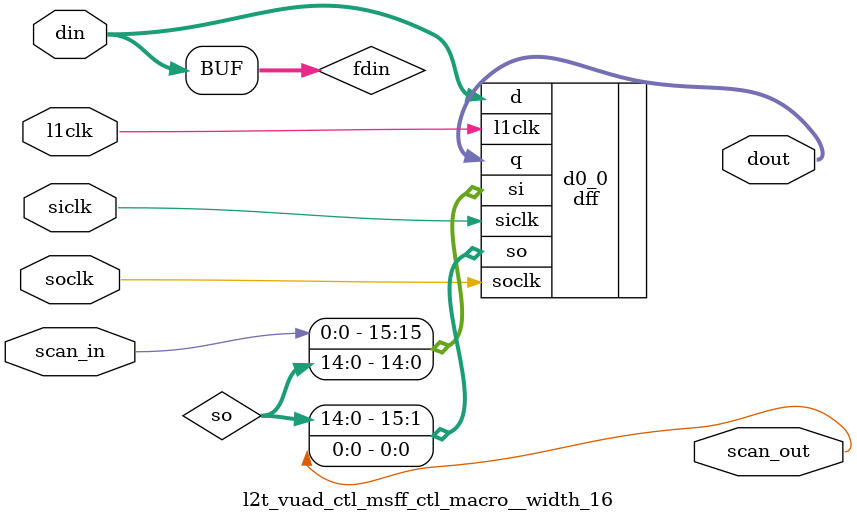
<source format=v>
module l2t_vuad_ctl (
  l2clk, 
  tcu_pce_ov, 
  tcu_aclk, 
  tcu_bclk, 
  tcu_scan_en, 
  tcu_clk_stop, 
  scan_in, 
  scan_out, 
  rd_addr1, 
  rd_addr2, 
  rd_addr_sel, 
  wr_addr, 
  wr_en0, 
  wr_en1, 
  array_rd_en, 
  bist_vuad_idx_c3, 
  evctag_vuad_idx_c3, 
  bist_wr_vd_c3, 
  arb_decdp_wr64_inst_c2, 
  arb_acc_vd_c2, 
  arb_acc_ua_c2, 
  arbadr_idx_c1c2comp_c1_n, 
  arbadr_idx_c1c3comp_c1_n, 
  arbadr_idx_c1c4comp_c1_n, 
  arbadr_idx_c1c5comp_c1_n, 
  arb_decdp_inst_int_c1, 
  csr_l2_bypass_mode_on, 
  arb_inst_diag_c1, 
  bist_vuad_wr_en, 
  arb_inst_vld_c2, 
  arb_inst_l2vuad_vld_c3, 
  arb_decdp_st_inst_c3, 
  arbdec_arbdp_inst_fb_c2, 
  vuadpm_vd_ue_c4, 
  vuadpm_ua_ue_c4, 
  arbdec_arbdp_inst_way_c2, 
  arb_arbdp_vuadctl_pst_no_ctrue_c2, 
  arb_decdp_cas1_inst_c2, 
  arb_arbdp_pst_with_ctrue_c2, 
  arb_decdp_cas2_inst_c2, 
  arbdec_arbdp_inst_mb_c2, 
  arb_vuadctl_no_bypass_px2, 
  vuaddp_vuad_sel_c2, 
  vuaddp_vuad_sel_c2_d1, 
  vuaddp_vuad_sel_c4, 
  vuaddp_vuad_sel_rd, 
  vuaddp_vuad_tagd_sel_c2_d1, 
  vuaddp_wr64_inst_c3, 
  vuaddp_alloc_set_cond_c3, 
  vuaddp_alloc_rst_cond_c3, 
  vuaddp_vuad_error_c8, 
  vuaddp_fill_way_c3, 
  vuaddp_bistordiag_wr_vd_c4, 
  vuaddp_bistordiag_wr_ua_c4, 
  vuaddp_sel_ua_wr_data_byp, 
  vuaddp_sel_vd_wr_data_byp, 
  vuaddp_sel_diag0_data_wr_c3, 
  vuaddp_sel_diag1_data_wr_c3, 
  vuaddp_vuad_array_wr_en0_c4, 
  vuaddp_vuad_array_wr_en1_c4, 
  vuaddp_vuad_idx_c4, 
  vuad_rd_addr1_r0, 
  vuad_rd_addr2_r0, 
  vuad_rd_addr_sel_r0, 
  vuad_wr_addr_r0, 
  vuad_word_en_r0, 
  vuad_wr_en_r0c0, 
  vuad_wr_en_r0c1, 
  vuad_mux1_h_sel_r0, 
  vuad_mux1_l_sel_r0, 
  vuad_mux2_sel_r0, 
  vuad_rd_en_r0, 
  vuad_rd_addr1_r1, 
  vuad_rd_addr2_r1, 
  vuad_rd_addr_sel_r1, 
  vuad_wr_addr_r1, 
  vuad_word_en_r1, 
  vuad_wr_en_r1c0, 
  vuad_wr_en_r1c1, 
  vuad_rd_en_r1, 
  vuad_rd_addr1_r2, 
  vuad_rd_addr2_r2, 
  vuad_rd_addr_sel_r2, 
  vuad_wr_addr_r2, 
  vuad_word_en_r2, 
  vuad_wr_en_r2c0, 
  vuad_wr_en_r2c1, 
  vuad_mux1_h_sel_r2, 
  vuad_mux1_l_sel_r2, 
  vuad_mux2_sel_r2, 
  vuad_rd_en_r2, 
  vuad_rd_addr1_r3, 
  vuad_rd_addr2_r3, 
  vuad_rd_addr_sel_r3, 
  vuad_wr_addr_r3, 
  vuad_word_en_r3, 
  vuad_wr_en_r3c0, 
  vuad_wr_en_r3c1, 
  vuad_rd_en_r3, 
  vuad_mux_sel, 
  mbist_run, 
  vuad_usaloc_mux_used_and_alloc_comb_sel0, 
  vuad_usaloc_mux_used_and_alloc_comb_sel1, 
  vuad_usaloc_mux_used_and_alloc_comb_sel2, 
  vuad_usaloc_mux_used_and_alloc_comb_sel3, 
  vuad_usaloc_mux_used_and_alloc_comb_sel4, 
  vuad_usaloc_mux_used_and_alloc_comb_sel5, 
  mux_valid_dirty_c1_sel0, 
  mux_valid_dirty_c1_sel1, 
  mux_valid_dirty_c1_sel2);
wire [4:0] wr_addr_entry;
wire [3:0] wr_word_en;
wire [3:0] wr_en;
wire rd_addr_sel_n;
wire [1:0] addr1to0_px2;
wire ff_addr1to0_c1_scanin;
wire ff_addr1to0_c1_scanout;
wire l1clk;
wire [1:0] addr1to0_c1;
wire addr8_px2;
wire ff_addr8_c1_scanin;
wire ff_addr8_c1_scanout;
wire addr8_c1;
wire addr7_px2;
wire ff_addr7_c1_scanin;
wire ff_addr7_c1_scanout;
wire addr7_c1;
wire pce_ov;
wire stop;
wire siclk;
wire soclk;
wire se;
wire spares_scanin;
wire spares_scanout;
wire ff_vuadctl_no_bypass_c1_scanin;
wire ff_vuadctl_no_bypass_c1_scanout;
wire vuaddp_vuad_sel_c2orc3;
wire vuaddp_vuad_sel_rd_c2;
wire vuadctl_no_bypass_c1_1;
wire ff_vuadctl_no_bypass_c1_1_scanin;
wire ff_vuadctl_no_bypass_c1_1_scanout;
wire ff_vuaddp_vuad_sel_c2_scanin;
wire ff_vuaddp_vuad_sel_c2_scanout;
wire ff_vuaddp_vuad_sel_c2_d1_scanin;
wire ff_vuaddp_vuad_sel_c2_d1_scanout;
wire ff_vuad_sel_wr_d1_scanin;
wire ff_vuad_sel_wr_d1_scanout;
wire vuad_sel_wr_d1;
wire ff_vuad_tagd_sel_c2_d1_scanin;
wire ff_vuad_tagd_sel_c2_d1_scanout;
wire ff_wr64_inst_c3_scanin;
wire ff_wr64_inst_c3_scanout;
wire ff_arb_acc_vd_c3_scanin;
wire ff_arb_acc_vd_c3_scanout;
wire ff_arb_acc_ua_c3_scanin;
wire ff_arb_acc_ua_c3_scanout;
wire ff_inst_vld_c3_scanin;
wire ff_inst_vld_c3_scanout;
wire ff_inst_vld_c4_scanin;
wire ff_inst_vld_c4_scanout;
wire ff_inst_vld_c5_scanin;
wire ff_inst_vld_c5_scanout;
wire ff_arb_inst_diag_c2_scanin;
wire ff_arb_inst_diag_c2_scanout;
wire ff_arb_inst_diag_c3_scanin;
wire ff_arb_inst_diag_c3_scanout;
wire ff_arb_inst_diag_c4_scanin;
wire ff_arb_inst_diag_c4_scanout;
wire mbist_run_r1;
wire ff_mux_idx_c4_scanin;
wire ff_mux_idx_c4_scanout;
wire ff_l2_bypass_mode_on_d1_scanin;
wire ff_l2_bypass_mode_on_d1_scanout;
wire ff_bistordiag_wr_vd_c4_scanin;
wire ff_bistordiag_wr_vd_c4_scanout;
wire ff_bistordiag_wr_ua_c4_scanin;
wire ff_bistordiag_wr_ua_c4_scanout;
wire ff_vuad_array_wr_en0_c4_scanin;
wire ff_vuad_array_wr_en0_c4_scanout;
wire ff_vuad_array_wr_en1_c4_scanin;
wire ff_vuad_array_wr_en1_c4_scanout;
wire ff_vuad_array_wr_en0_c5_scanin;
wire ff_vuad_array_wr_en0_c5_scanout;
wire ff_vuad_array_wr_en1_c5_scanin;
wire ff_vuad_array_wr_en1_c5_scanout;
wire ff_vuad_array_wr_en0_c52_scanin;
wire ff_vuad_array_wr_en0_c52_scanout;
wire ff_vuad_array_wr_en1_c52_scanin;
wire ff_vuad_array_wr_en1_c52_scanout;
wire ff_inst_int_c2_scanin;
wire ff_inst_int_c2_scanout;
wire ff_inst_int_c3_scanin;
wire ff_inst_int_c3_scanout;
wire ff_inst_int_c4_scanin;
wire ff_inst_int_c4_scanout;
wire ff_inst_int_c5_scanin;
wire ff_inst_int_c5_scanout;
wire ff_vuad_error_c5_scanin;
wire ff_vuad_error_c5_scanout;
wire ff_vuad_error_c52_scanin;
wire ff_vuad_error_c52_scanout;
wire ff_vuad_error_c6_scanin;
wire ff_vuad_error_c6_scanout;
wire ff_vuad_error_c7_scanin;
wire ff_vuad_error_c7_scanout;
wire ff_vuad_error_c8_scanin;
wire ff_vuad_error_c8_scanout;
wire ff_fill_way_c3_scanin;
wire ff_fill_way_c3_scanout;
wire ff_alloc_set_cond_c3_scanin;
wire ff_alloc_set_cond_c3_scanout;
wire ff_alloc_rst_cond_c3_scanin;
wire ff_alloc_rst_cond_c3_scanout;


input            l2clk; 
input  		 tcu_pce_ov;
input  		 tcu_aclk;
input  		 tcu_bclk;
input  		 tcu_scan_en;
// l2t_vuad_ctl
input		 tcu_clk_stop;
 
input	 	 scan_in; 
output 		 scan_out; 

//////////////////////////////////////////////////////////////
// l2t_vuad_ctl
//////////////////////////////////////////////////////////////
input	[8:0]	 rd_addr1;
input	[8:0]	 rd_addr2;
input		 rd_addr_sel;
input	[8:0]	 wr_addr;
input		 wr_en0;
input		 wr_en1;
input		 array_rd_en;
//

 
input	[8:0]	bist_vuad_idx_c3 ;
input	[8:0]	evctag_vuad_idx_c3;
input		bist_wr_vd_c3 ;
 
//input	[15:0]	tag_hit_way_vld_c3;
//input	[15:0]	tagdp_lru_way_sel_c3;
//input		tag_st_to_data_array_c3;
input		arb_decdp_wr64_inst_c2;
 
input		arb_acc_vd_c2;	// Top // diagnostic access only 
input		arb_acc_ua_c2;	// Top // diagnostic access only 
 
// C1 outputs 
input  arbadr_idx_c1c2comp_c1_n ; // from arbaddr Top 
input  arbadr_idx_c1c3comp_c1_n ; // from arbaddr Top 
input  arbadr_idx_c1c4comp_c1_n ; // from arbaddr Top 
input  arbadr_idx_c1c5comp_c1_n ; // from arbaddr. POST_3.0 Top 
 
input		arb_decdp_inst_int_c1;	// Top // int 5.0 changes
input		csr_l2_bypass_mode_on;	// Top 
input		arb_inst_diag_c1;	// Top 
input		bist_vuad_wr_en;	// Top // This is a C3 signal. 
input		arb_inst_vld_c2;	// Top 
input		arb_inst_l2vuad_vld_c3; // Top 
input		arb_decdp_st_inst_c3; // Top 
input		arbdec_arbdp_inst_fb_c2; // Top 
 
input		vuadpm_vd_ue_c4;
input		vuadpm_ua_ue_c4;
//input		arb_vuad_ce_err_c3;

input	[3:0]	arbdec_arbdp_inst_way_c2; 
 
input		arb_arbdp_vuadctl_pst_no_ctrue_c2; // Top 
input		arb_decdp_cas1_inst_c2; // Top 
input		arb_arbdp_pst_with_ctrue_c2; // Top 
input		arb_decdp_cas2_inst_c2; // Top 
input		arbdec_arbdp_inst_mb_c2; // Top 
 
input		arb_vuadctl_no_bypass_px2; // Top 
 
 
output		vuaddp_vuad_sel_c2;	// Bottom 
output		vuaddp_vuad_sel_c2_d1;	// Bottom 
output		vuaddp_vuad_sel_c4;	// Bottom 
output		vuaddp_vuad_sel_rd;	// Bottom 
output		vuaddp_vuad_tagd_sel_c2_d1;	// Top 
 
//output		vuaddp_st_to_data_array_c3;	// Bottom 
output		vuaddp_wr64_inst_c3	; // Bottom 
 
 
output		vuaddp_alloc_set_cond_c3; // Bottom 
output		vuaddp_alloc_rst_cond_c3; // Bottom 
 
output		vuaddp_vuad_error_c8; // Bottom 
 
//output	[15:0]	vuaddp_hit_wayvld_c3; // Bottom 
output	[15:0]	vuaddp_fill_way_c3; // Bottom 
//output	[15:0]	vuaddp_lru_way_c3; // Bottom 
 
output		vuaddp_bistordiag_wr_vd_c4   ; // Bottom // bist or diag access 
output		vuaddp_bistordiag_wr_ua_c4   ; // Bottom // bist or diag access 
 
output		vuaddp_sel_ua_wr_data_byp;	// Bottom 
output		vuaddp_sel_vd_wr_data_byp;	// Bottom 
 
output		vuaddp_sel_diag0_data_wr_c3; // Bottom  sel between diagnostic and bist data 
output		vuaddp_sel_diag1_data_wr_c3; // Bottom  sel between diagnostic and bist data 
 
output		vuaddp_vuad_array_wr_en0_c4; // Bottom // Change to C4 
output		vuaddp_vuad_array_wr_en1_c4; // Bottom // Change to C4 
 
output	[8:0]	vuaddp_vuad_idx_c4; // NEW PIN 

// from l2t_vuad_ctl
output	[4:0]	 vuad_rd_addr1_r0;
output	[4:0]	 vuad_rd_addr2_r0;
output		 vuad_rd_addr_sel_r0;
output	[4:0]	 vuad_wr_addr_r0; // address bits 6:2
output	[3:0]	 vuad_word_en_r0; // decoded address bits 1:0
output		 vuad_wr_en_r0c0; // decoded address bits 8:7
output		 vuad_wr_en_r0c1; // decoded address bits 8:7
output	[3:0]	vuad_mux1_h_sel_r0;
output	[3:0]	vuad_mux1_l_sel_r0;
output		vuad_mux2_sel_r0;  //int 5.0 change
output	vuad_rd_en_r0;

output	[4:0]	 vuad_rd_addr1_r1;
output	[4:0]	 vuad_rd_addr2_r1;
output		 vuad_rd_addr_sel_r1;
output	[4:0]	 vuad_wr_addr_r1; // address bits 6:2
output	[3:0]	 vuad_word_en_r1; // decoded address bits 1:0
output		 vuad_wr_en_r1c0; // decoded address bits 8:7
output		 vuad_wr_en_r1c1; // decoded address bits 8:7
output	vuad_rd_en_r1;

output	[4:0]	 vuad_rd_addr1_r2;
output	[4:0]	 vuad_rd_addr2_r2;
output		 vuad_rd_addr_sel_r2;
output	[4:0]	 vuad_wr_addr_r2; // address bits 6:2
output	[3:0]	 vuad_word_en_r2; // decoded address bits 1:0
output		 vuad_wr_en_r2c0; // decoded address bits 8:7
output		 vuad_wr_en_r2c1; // decoded address bits 8:7
output	[3:0]	vuad_mux1_h_sel_r2;
output	[3:0]	vuad_mux1_l_sel_r2;
output		vuad_mux2_sel_r2;  // int 5.0 changes
output	vuad_rd_en_r2;

output	[4:0]	 vuad_rd_addr1_r3;
output	[4:0]	 vuad_rd_addr2_r3;
output		 vuad_rd_addr_sel_r3;
output	[4:0]	 vuad_wr_addr_r3; // address bits 6:2
output	[3:0]	 vuad_word_en_r3; // decoded address bits 1:0
output		 vuad_wr_en_r3c0; // decoded address bits 8:7
output		 vuad_wr_en_r3c1; // decoded address bits 8:7
output		vuad_rd_en_r3;

output	[1:0]	vuad_mux_sel; // middle mux select.
//

input	mbist_run;


//
//
//


output     vuad_usaloc_mux_used_and_alloc_comb_sel0;
output     vuad_usaloc_mux_used_and_alloc_comb_sel1;
output     vuad_usaloc_mux_used_and_alloc_comb_sel2;
output     vuad_usaloc_mux_used_and_alloc_comb_sel3;
output     vuad_usaloc_mux_used_and_alloc_comb_sel4;
output     vuad_usaloc_mux_used_and_alloc_comb_sel5;


output  mux_valid_dirty_c1_sel0;
output  mux_valid_dirty_c1_sel1;
output  mux_valid_dirty_c1_sel2;




 
wire 	vuad_array_wr_en0_c3, vuad_array_wr_en0_c5, vuad_array_wr_en0_c52; 
     // BS 03/11/04 extra cycle for mem access
wire	vuad_array_wr_en1_c3, vuad_array_wr_en1_c5, vuad_array_wr_en1_c52; 
     // BS 03/11/04 extra cycle for mem access
wire	vuad_sel_wr, vuad_sel_c4orc5; 
 
wire	inst_vld_c3; 
wire	inst_vld_c4; 
wire	inst_vld_c5; 
 
wire	arb_inst_diag_c2; 
wire	arb_inst_diag_c3; 
wire	arb_inst_diag_c4; 
 
wire	l2_bypass_mode_on_d1; 
wire	wr_disable_c3; 
wire	inst_int_c2; // int 5.0 changes 
wire	inst_int_c3;  // int 5.0 changes
wire	inst_int_c4;  // int 5.0 changes
wire	inst_int_c5;  // int 5.0 changes
wire	vuad_error_c4, vuad_error_c5, vuad_error_c52; // BS 03/11/04 extra cycle for mem access 
wire	vuad_error_c6, vuad_error_c7; 
 
 
 
wire	alloc_set_cond_c2; 
wire	alloc_rst_cond_c2; 
wire	fill_inst_vld_c2; 
wire	[3:0]	dec_lo_fill_way_c2; 
wire	[3:0]	dec_hi_fill_way_c2; 
wire	[15:0]	fill_way_c2; 
 
wire	acc_vd_c3; 
wire	acc_ua_c3; 
wire	bistordiag_wr_vd_c3, bistordiag_wr_ua_c3 ; 
wire	[8:0]	vuad_acc_idx_c3; 
wire	vuadctl_no_bypass_c1; 


//////////////////////////////////////////////////
// l2t_vuad_ctl
//////////////////////////////////////////////////
assign	wr_addr_entry = wr_addr[6:2] ;
assign	wr_word_en[0]  = ~wr_addr[1] & ~wr_addr[0] ;
assign	wr_word_en[1]  = ~wr_addr[1] & wr_addr[0] ;
assign	wr_word_en[2]  = wr_addr[1] & ~wr_addr[0] ;
assign	wr_word_en[3]  = wr_addr[1] & wr_addr[0] ;
assign	wr_en[0] =  ~wr_addr[8] & ~wr_addr[7] ;
assign	wr_en[1] =  ~wr_addr[8] & wr_addr[7] ;
assign	wr_en[2] =   wr_addr[8] & ~wr_addr[7] ;
assign	wr_en[3] =   wr_addr[8] & wr_addr[7] ;

assign rd_addr_sel_n = ~rd_addr_sel;

// LSb 1:0
l2t_vuad_ctl_mux_ctl_macro__mux_aonpe__ports_2__width_2 mux_addr1to0_px2 
		(.dout (addr1to0_px2[1:0] ) ,
       			.din0(rd_addr1[1:0]),
			.din1(rd_addr2[1:0]),
			.sel0(rd_addr_sel),
			.sel1(rd_addr_sel_n));

l2t_vuad_ctl_msff_ctl_macro__width_2 ff_addr1to0_c1  // int 5.0 change
		(.din(addr1to0_px2[1:0]),
		.scan_in(ff_addr1to0_c1_scanin),
		.scan_out(ff_addr1to0_c1_scanout),
		.l1clk(l1clk),
		.dout(addr1to0_c1[1:0]),
  .siclk(siclk),
  .soclk(soclk)
		);

// LSb 8
l2t_vuad_ctl_mux_ctl_macro__mux_aonpe__ports_2__width_1 mux_addr8_px2 
		(.dout (addr8_px2) ,
       			.din0(rd_addr1[8]),
			.din1(rd_addr2[8]),
			.sel0(rd_addr_sel),
			.sel1(rd_addr_sel_n));

l2t_vuad_ctl_msff_ctl_macro__width_1 ff_addr8_c1 
		(.din(addr8_px2),
		.scan_in(ff_addr8_c1_scanin),
		.scan_out(ff_addr8_c1_scanout),
		.l1clk(l1clk),
		.dout(addr8_c1),
  .siclk(siclk),
  .soclk(soclk)
);


// Lsb 7
l2t_vuad_ctl_mux_ctl_macro__mux_aonpe__ports_2__width_1 mux_addr7_px2 
		(.dout (addr7_px2) ,
       			.din0(rd_addr1[7]),
			.din1(rd_addr2[7]),
			.sel0(rd_addr_sel),
			.sel1(rd_addr_sel_n));

l2t_vuad_ctl_msff_ctl_macro__width_1 ff_addr7_c1  // int 5.0 change
                           (.din(addr7_px2),
		.scan_in(ff_addr7_c1_scanin),
		.scan_out(ff_addr7_c1_scanout),
		.l1clk(l1clk),
		.dout(addr7_c1),
  .siclk(siclk),
  .soclk(soclk)
);




// Mux2 of the read address.
// Buffer appropriately to get the following
// signals.


// XY = 75 X 50
assign	vuad_rd_addr1_r0 = rd_addr1[6:2];
assign	vuad_rd_addr2_r0 = rd_addr2[6:2];
assign	vuad_rd_addr_sel_r0 = rd_addr_sel ;

assign	vuad_wr_addr_r0[4:0] = wr_addr_entry[4:0] ;
assign	vuad_word_en_r0 = wr_word_en ;
assign	vuad_wr_en_r0c0 = wr_en[0] & wr_en0 ;
assign	vuad_wr_en_r0c1 = wr_en[0] & wr_en1 ;

assign		vuad_mux1_h_sel_r0[0]  = ~addr1to0_c1[1] & ~addr1to0_c1[0] ;
assign		vuad_mux1_h_sel_r0[1]  = ~addr1to0_c1[1] & addr1to0_c1[0] ;
assign		vuad_mux1_h_sel_r0[2]  = addr1to0_c1[1] & ~addr1to0_c1[0] ;
assign		vuad_mux1_h_sel_r0[3]  = addr1to0_c1[1] & addr1to0_c1[0] ;

assign		vuad_mux1_l_sel_r0 = vuad_mux1_h_sel_r0 ;
assign		vuad_mux2_sel_r0= addr7_c1; // int 5.0 change
assign		vuad_rd_en_r0  = ~addr7_px2 & array_rd_en;

// XY = 75 X 50
assign	vuad_rd_addr1_r1 = rd_addr1[6:2];
assign	vuad_rd_addr2_r1 = rd_addr2[6:2];
assign	vuad_rd_addr_sel_r1 = rd_addr_sel ;
assign	vuad_wr_addr_r1[4:0] = wr_addr_entry[4:0] ;
assign	vuad_word_en_r1 = wr_word_en ;
assign	vuad_wr_en_r1c0 = wr_en[1] & wr_en0 ;
assign	vuad_wr_en_r1c1 = wr_en[1] & wr_en1 ;
assign	vuad_rd_en_r1  = addr7_px2 & array_rd_en ;

// XY = 75 X 50
assign	vuad_rd_addr1_r2 = rd_addr1[6:2];
assign	vuad_rd_addr2_r2 = rd_addr2[6:2];
assign	vuad_rd_addr_sel_r2 = rd_addr_sel ;
assign	vuad_wr_addr_r2[4:0] = wr_addr_entry[4:0] ;
assign	vuad_word_en_r2 = wr_word_en ;
assign	vuad_wr_en_r2c0 = wr_en[2] & wr_en0 ;
assign	vuad_wr_en_r2c1 = wr_en[2] & wr_en1 ;

assign	vuad_mux1_h_sel_r2[0]  = ~addr1to0_c1[1] & ~addr1to0_c1[0] ;
assign	vuad_mux1_h_sel_r2[1]  = ~addr1to0_c1[1] & addr1to0_c1[0] ;
assign	vuad_mux1_h_sel_r2[2]  = addr1to0_c1[1] & ~addr1to0_c1[0] ;
assign	vuad_mux1_h_sel_r2[3]  = addr1to0_c1[1] & addr1to0_c1[0] ;
assign	vuad_mux1_l_sel_r2 = vuad_mux1_h_sel_r2 ;
assign	vuad_mux2_sel_r2 = addr7_c1;
assign	vuad_rd_en_r2  = ~addr7_px2 & array_rd_en;


// XY = 75 X 50
assign	vuad_rd_addr1_r3 = rd_addr1[6:2];
assign	vuad_rd_addr2_r3 = rd_addr2[6:2];
assign	vuad_rd_addr_sel_r3 = rd_addr_sel ;
assign	vuad_wr_addr_r3[4:0] = wr_addr_entry[4:0] ;
assign	vuad_word_en_r3 = wr_word_en ;
assign	vuad_wr_en_r3c0 = wr_en[3] & wr_en0 ;
assign	vuad_wr_en_r3c1 = wr_en[3] & wr_en1 ;
assign	vuad_rd_en_r3  = addr7_px2 & array_rd_en;

// Middle Io = 75 X 50

assign	vuad_mux_sel[0]	 =  ~addr8_c1 ;
assign	vuad_mux_sel[1]	 =   addr8_c1 ;

//////////////////////////////////////////////////
// L1 clk header
//////////////////////////////////////////////////
assign pce_ov = tcu_pce_ov;
//assign stop = 1'b0;
assign stop = tcu_clk_stop;
assign siclk = tcu_aclk;
assign soclk = tcu_bclk;
assign se = tcu_scan_en;

l2t_vuad_ctl_l1clkhdr_ctl_macro clkgen (
        .l2clk(l2clk),
        .l1en(1'b1 ),
        .l1clk(l1clk),
  .pce_ov(pce_ov),
  .stop(stop),
  .se(se));

//////////////////////////////////////////////////

//////////////////////////////////////////
// Spare gate insertion
//////////////////////////////////////////
l2t_vuad_ctl_spare_ctl_macro__num_4 spares  (
        .scan_in(spares_scanin),
        .scan_out(spares_scanout),
        .l1clk  (l1clk),
  .siclk(siclk),
  .soclk(soclk)
);
//////////////////////////////////////////

 
//assign	vuaddp_st_to_data_array_c3 = tag_st_to_data_array_c3; 
//assign	vuaddp_lru_way_c3 = tagdp_lru_way_sel_c3; 
//assign	vuaddp_hit_wayvld_c3 = tag_hit_way_vld_c3  & ~{16{arb_vuad_ce_err_c3}}; 
 
 
l2t_vuad_ctl_msff_ctl_macro__width_1 ff_vuadctl_no_bypass_c1 
                           (.din(arb_vuadctl_no_bypass_px2),  
		 .scan_in(ff_vuadctl_no_bypass_c1_scanin),
		 .scan_out(ff_vuadctl_no_bypass_c1_scanout),
		 .l1clk(l1clk), 
                 .dout(vuadctl_no_bypass_c1),
  .siclk(siclk),
  .soclk(soclk)  
); 
 
//////////////////////////////////////////////////////////////////////// 
 // index compares to for vuad mux selects. 
 //////////////////////////////////////////////////////////////////////// 
 
 assign vuaddp_vuad_sel_c2 = ~arbadr_idx_c1c2comp_c1_n & arb_inst_vld_c2 &
                        ~( arb_decdp_inst_int_c1  | inst_int_c2  ) ;  // int 5.0 changes
 
 assign vuaddp_vuad_sel_c4 = ~arbadr_idx_c1c4comp_c1_n & inst_vld_c4 &
				~( arb_decdp_inst_int_c1  | inst_int_c4)  ; // int 5.0 changes
 
 assign vuaddp_vuad_sel_c2orc3 = ((( ~arbadr_idx_c1c3comp_c1_n & inst_vld_c3)  &
                                ~( arb_decdp_inst_int_c1  | inst_int_c3) ) |
                                vuaddp_vuad_sel_c2 ); // int 5.0 change
 
 assign vuad_sel_wr = ~arbadr_idx_c1c5comp_c1_n & inst_vld_c5 &
			~( arb_decdp_inst_int_c1  | inst_int_c5); // int 5.0 change
 
 assign vuad_sel_c4orc5 = vuaddp_vuad_sel_c4 | vuad_sel_wr ; 

 assign vuaddp_vuad_sel_rd = ~( vuaddp_vuad_sel_c2orc3 | vuad_sel_c4orc5 ) | // int 5.0 changes 
			vuadctl_no_bypass_c1; // BIST or DECC read of VUAD 


assign vuad_usaloc_mux_used_and_alloc_comb_sel0 = vuaddp_vuad_sel_rd_c2   & ~vuaddp_vuad_sel_c2_d1  &
						 vuaddp_vuad_sel_c2 & vuaddp_vuad_sel_c2orc3 & ~vuaddp_vuad_sel_rd;
assign vuad_usaloc_mux_used_and_alloc_comb_sel1 = ~vuaddp_vuad_sel_rd_c2 & ~vuaddp_vuad_sel_c2_d1 & 
						vuaddp_vuad_sel_c2 & vuaddp_vuad_sel_c2orc3 & ~vuaddp_vuad_sel_rd;
assign vuad_usaloc_mux_used_and_alloc_comb_sel2 = vuaddp_vuad_sel_c2_d1 & vuaddp_vuad_sel_c2 & vuaddp_vuad_sel_c2orc3   &
						 ~vuaddp_vuad_sel_rd;
assign vuad_usaloc_mux_used_and_alloc_comb_sel3 = ~vuaddp_vuad_sel_c2  & vuaddp_vuad_sel_c2orc3 & ~vuaddp_vuad_sel_rd ;
assign vuad_usaloc_mux_used_and_alloc_comb_sel4 = ~vuaddp_vuad_sel_c2orc3 & ~vuaddp_vuad_sel_rd;
assign vuad_usaloc_mux_used_and_alloc_comb_sel5 = vuaddp_vuad_sel_rd;



//assign mux_valid_dirty_c1_sel0 =  vuaddp_vuad_sel_rd;
//assign mux_valid_dirty_c1_sel1 = ~vuaddp_vuad_sel_rd & vuaddp_vuad_sel_c2orc3;
//assign mux_valid_dirty_c1_sel2 = ~vuaddp_vuad_sel_rd & ~vuaddp_vuad_sel_c2orc3;

assign mux_valid_dirty_c1_sel0 =  ~( vuaddp_vuad_sel_c2orc3 | vuad_sel_c4orc5 ) | vuadctl_no_bypass_c1_1;
assign mux_valid_dirty_c1_sel1 = ~(~( vuaddp_vuad_sel_c2orc3 | vuad_sel_c4orc5 ) | vuadctl_no_bypass_c1_1)  & vuaddp_vuad_sel_c2orc3;
assign mux_valid_dirty_c1_sel2 = ~(~( vuaddp_vuad_sel_c2orc3 | vuad_sel_c4orc5 ) | vuadctl_no_bypass_c1_1)  & ~vuaddp_vuad_sel_c2orc3;



l2t_vuad_ctl_msff_ctl_macro__width_1 ff_vuadctl_no_bypass_c1_1 
                           (.din(arb_vuadctl_no_bypass_px2),
                 .scan_in(ff_vuadctl_no_bypass_c1_1_scanin),
                 .scan_out(ff_vuadctl_no_bypass_c1_1_scanout),
                 .l1clk(l1clk),
                 .dout(vuadctl_no_bypass_c1_1),
  .siclk(siclk),
  .soclk(soclk)
);



l2t_vuad_ctl_msff_ctl_macro__width_1 ff_vuaddp_vuad_sel_c2 
                           (.din(vuaddp_vuad_sel_rd), .l1clk(l1clk),
                 .scan_in(ff_vuaddp_vuad_sel_c2_scanin),
                 .scan_out(ff_vuaddp_vuad_sel_c2_scanout),
                 .dout(vuaddp_vuad_sel_rd_c2),
  .siclk(siclk),
  .soclk(soclk)
);

			 
 
 
l2t_vuad_ctl_msff_ctl_macro__width_1 ff_vuaddp_vuad_sel_c2_d1 
                           (.din(vuaddp_vuad_sel_c2), .l1clk(l1clk), 
                 .scan_in(ff_vuaddp_vuad_sel_c2_d1_scanin),
                 .scan_out(ff_vuaddp_vuad_sel_c2_d1_scanout),
                 .dout(vuaddp_vuad_sel_c2_d1),
  .siclk(siclk),
  .soclk(soclk)  
); 
 
 
l2t_vuad_ctl_msff_ctl_macro__width_1 ff_vuad_sel_wr_d1 
                           (.din(vuad_sel_wr), .l1clk(l1clk), 
                 .scan_in(ff_vuad_sel_wr_d1_scanin),
                 .scan_out(ff_vuad_sel_wr_d1_scanout),
                 .dout(vuad_sel_wr_d1),
  .siclk(siclk),
  .soclk(soclk)  
); 
 
 
l2t_vuad_ctl_msff_ctl_macro__width_1 ff_vuad_tagd_sel_c2_d1 
                           (.din(vuaddp_vuad_sel_c2), .l1clk(l1clk), 
                 .scan_in(ff_vuad_tagd_sel_c2_d1_scanin),
                 .scan_out(ff_vuad_tagd_sel_c2_d1_scanout),
                 .dout(vuaddp_vuad_tagd_sel_c2_d1),
  .siclk(siclk),
  .soclk(soclk)  
); 
 
 
 
 
 
 
 
l2t_vuad_ctl_msff_ctl_macro__width_1 ff_wr64_inst_c3 
		(.din(arb_decdp_wr64_inst_c2), .l1clk(l1clk), 
               .scan_in(ff_wr64_inst_c3_scanin),
               .scan_out(ff_wr64_inst_c3_scanout),
               .dout(vuaddp_wr64_inst_c3),
  .siclk(siclk),
  .soclk(soclk)  
 
		); 
 
 
l2t_vuad_ctl_msff_ctl_macro__width_1 ff_arb_acc_vd_c3 
              (.dout   (acc_vd_c3), .din (arb_acc_vd_c2), 
               .scan_in(ff_arb_acc_vd_c3_scanin),
               .scan_out(ff_arb_acc_vd_c3_scanout),
               .l1clk (l1clk),
  .siclk(siclk),
  .soclk(soclk)  
 
              ) ; 
 
l2t_vuad_ctl_msff_ctl_macro__width_1 ff_arb_acc_ua_c3 
              (.dout   (acc_ua_c3), .din (arb_acc_ua_c2), 
               .scan_in(ff_arb_acc_ua_c3_scanin),
               .scan_out(ff_arb_acc_ua_c3_scanout),
               .l1clk (l1clk),
  .siclk(siclk),
  .soclk(soclk)  
 
              ) ; 
 
 
l2t_vuad_ctl_msff_ctl_macro__width_1 ff_inst_vld_c3 
              (.dout   (inst_vld_c3), .din (arb_inst_vld_c2), 
               .scan_in(ff_inst_vld_c3_scanin),
               .scan_out(ff_inst_vld_c3_scanout),
               .l1clk (l1clk),
  .siclk(siclk),
  .soclk(soclk)  
 
              ) ; 
 
l2t_vuad_ctl_msff_ctl_macro__width_1 ff_inst_vld_c4 
              (.dout   (inst_vld_c4), .din (inst_vld_c3), 
               .scan_in(ff_inst_vld_c4_scanin),
               .scan_out(ff_inst_vld_c4_scanout),
               .l1clk (l1clk),
  .siclk(siclk),
  .soclk(soclk)  
 
              ) ; 
 
l2t_vuad_ctl_msff_ctl_macro__width_1 ff_inst_vld_c5 
              (.dout   (inst_vld_c5), .din (inst_vld_c4), 
               .scan_in(ff_inst_vld_c5_scanin),
               .scan_out(ff_inst_vld_c5_scanout),
               .l1clk (l1clk),
  .siclk(siclk),
  .soclk(soclk)  
 
              ) ; 
 
 
l2t_vuad_ctl_msff_ctl_macro__width_1 ff_arb_inst_diag_c2 
              (.dout   (arb_inst_diag_c2), .din (arb_inst_diag_c1), 
               .scan_in(ff_arb_inst_diag_c2_scanin),
               .scan_out(ff_arb_inst_diag_c2_scanout),
               .l1clk (l1clk),
  .siclk(siclk),
  .soclk(soclk)  
 
              ) ; 
l2t_vuad_ctl_msff_ctl_macro__width_1 ff_arb_inst_diag_c3 
              (.dout   (arb_inst_diag_c3), .din (arb_inst_diag_c2), 
               .scan_in(ff_arb_inst_diag_c3_scanin),
               .scan_out(ff_arb_inst_diag_c3_scanout),
               .l1clk (l1clk),
  .siclk(siclk),
  .soclk(soclk)  
 
              ) ; 
l2t_vuad_ctl_msff_ctl_macro__width_1 ff_arb_inst_diag_c4 
              (.dout   (arb_inst_diag_c4), .din (arb_inst_diag_c3), 
               .scan_in(ff_arb_inst_diag_c4_scanin),
               .scan_out(ff_arb_inst_diag_c4_scanout),
               .l1clk (l1clk),
  .siclk(siclk),
  .soclk(soclk)  
 
              ) ; 
 
// msff_ctl_macro ff_filbuf_vuad_bypassed_c3 (width=1)
              //(.dout   (filbuf_vuad_bypassed_c3), .din (filbuf_vuad_bypassed_c2), 
               //.l1clk (l1clk),  
	//	.scan_in  (), 
	//	.scan_out()
 
              //) ; 
 
l2t_vuad_ctl_mux_ctl_macro__mux_aonpe__ports_2__width_9 mux_idx_c3 
		(.dout (vuad_acc_idx_c3[8:0]) , 
                                .din0(bist_vuad_idx_c3[8:0] ),  
                                .din1(evctag_vuad_idx_c3[8:0]),  
                                .sel0(bist_vuad_wr_en & mbist_run_r1),         
                                .sel1(~bist_vuad_wr_en & ~mbist_run_r1)) ; 
 
l2t_vuad_ctl_msff_ctl_macro__width_9 ff_mux_idx_c4 
              (.dout   (vuaddp_vuad_idx_c4[8:0]), .din (vuad_acc_idx_c3[8:0]), 
               .scan_in(ff_mux_idx_c4_scanin),
               .scan_out(ff_mux_idx_c4_scanout),
               .l1clk (l1clk),
  .siclk(siclk),
  .soclk(soclk)  
 
              ) ; 
 
 
 
 
////////////////////////////////////////////////////////////////////////////////////////// 
// Disable L2 VUAD writes if 
// 1. Instruction is an INT. 
// 2. L2 is OFF and the instruction is a non-diag instruction. 
// 3. diag instruction is not a VUAD store. 
//     (in implementation disable the write whenever there is Diag Inst and 
//    enable it if the inst is a Diag write to the VUAD array.) 
////////////////////////////////////////////////////////////////////////////////////////// 
 
 
l2t_vuad_ctl_msff_ctl_macro__width_1 ff_l2_bypass_mode_on_d1 
              (.dout   (l2_bypass_mode_on_d1), .din (csr_l2_bypass_mode_on), 
               .scan_in(ff_l2_bypass_mode_on_d1_scanin),
               .scan_out(ff_l2_bypass_mode_on_d1_scanout),
               .l1clk (l1clk),
  .siclk(siclk),
  .soclk(soclk)  
 
              ) ; 


//////////////////////////////////////////////////////////////////////////////
//If a diagnostic access, normal write is disabled by wr_disable_c3. 
//If not a diagnostic access :
//      if bypass mode is on, write is disabled by wr_disable_c3
//      if bypass mode is off, write is always enabled ( even upon vuad CE)
//                  hence we dont need to use CE to force the write to happen ??
///////////////////////////////////////////////////////////////////////////////////// 
 
assign  wr_disable_c3  = inst_int_c3 | // int 5.0 changes	// VUAD ecc changes
                         (l2_bypass_mode_on_d1 & ~arb_inst_diag_c3) | 
                          arb_inst_diag_c3 ; 
 
////////////////////////// 
// access  PV, PD, V, P 
////////////////////////// 
assign  vuaddp_sel_diag0_data_wr_c3 = arb_inst_l2vuad_vld_c3 &  
			arb_decdp_st_inst_c3 &  acc_vd_c3 ; // sel diag over bist data 
 
assign	bistordiag_wr_vd_c3 =  (vuaddp_sel_diag0_data_wr_c3 & ~mbist_run_r1)| // diagorbist over normal data 
				( bist_vuad_wr_en & bist_wr_vd_c3 & mbist_run_r1 );  
 
l2t_vuad_ctl_msff_ctl_macro__width_1 ff_bistordiag_wr_vd_c4 
              (.dout   (vuaddp_bistordiag_wr_vd_c4), .din (bistordiag_wr_vd_c3), 
               .scan_in(ff_bistordiag_wr_vd_c4_scanin),
               .scan_out(ff_bistordiag_wr_vd_c4_scanout),
               .l1clk (l1clk),
  .siclk(siclk),
  .soclk(soclk)  
 
              ) ; 
 
//assign  vuad_array_wr_en1_c3 = ((inst_vld_c3 & ~wr_disable_c3) &~mbist_run_r1) |  // normal write 
//				(bistordiag_wr_vd_c3 & mbist_run_r1); // bist or diag write 

assign  vuad_array_wr_en1_c3 = ((inst_vld_c3 & ~wr_disable_c3) &~mbist_run_r1) | // normal write
			bistordiag_wr_vd_c3;

////////////////////////// 
// access  PU, PA, U, A 
////////////////////////// 
assign  vuaddp_sel_diag1_data_wr_c3 = arb_inst_l2vuad_vld_c3 &  
			arb_decdp_st_inst_c3 & acc_ua_c3 ; // sel diag over bist data 
 
assign	bistordiag_wr_ua_c3 =  (vuaddp_sel_diag1_data_wr_c3  & ~mbist_run_r1)| // diagorbist over normal data 
				( mbist_run_r1 & bist_vuad_wr_en & ~bist_wr_vd_c3 ); 
 
l2t_vuad_ctl_msff_ctl_macro__width_2 ff_bistordiag_wr_ua_c4 
              (.dout ({mbist_run_r1,vuaddp_bistordiag_wr_ua_c4}), 
		.scan_in(ff_bistordiag_wr_ua_c4_scanin),
		.scan_out(ff_bistordiag_wr_ua_c4_scanout),
		.din ({mbist_run,bistordiag_wr_ua_c3}), 
               .l1clk (l1clk),
  .siclk(siclk),
  .soclk(soclk)  
              ) ; 

 
assign  vuad_array_wr_en0_c3 = (( inst_vld_c3 & ~wr_disable_c3) &~mbist_run_r1) | // normal write 
				bistordiag_wr_ua_c3; // bist or diag write 
 
 
l2t_vuad_ctl_msff_ctl_macro__width_1 ff_vuad_array_wr_en0_c4 
			(.din(vuad_array_wr_en0_c3), .l1clk(l1clk), 
                 	.scan_in(ff_vuad_array_wr_en0_c4_scanin),
                 	.scan_out(ff_vuad_array_wr_en0_c4_scanout),
                 	.dout(vuaddp_vuad_array_wr_en0_c4),
  .siclk(siclk),
  .soclk(soclk)  
 
			); 
 
l2t_vuad_ctl_msff_ctl_macro__width_1 ff_vuad_array_wr_en1_c4 
			(.din(vuad_array_wr_en1_c3), .l1clk(l1clk), 
                 	.scan_in(ff_vuad_array_wr_en1_c4_scanin),
                 	.scan_out(ff_vuad_array_wr_en1_c4_scanout),
                 	.dout(vuaddp_vuad_array_wr_en1_c4),
  .siclk(siclk),
  .soclk(soclk)  
 
			); 
 
l2t_vuad_ctl_msff_ctl_macro__width_1 ff_vuad_array_wr_en0_c5 
			(.din(vuaddp_vuad_array_wr_en0_c4), .l1clk(l1clk), 
                 	.scan_in(ff_vuad_array_wr_en0_c5_scanin),
                 	.scan_out(ff_vuad_array_wr_en0_c5_scanout),
                 	.dout(vuad_array_wr_en0_c5),
  .siclk(siclk),
  .soclk(soclk)  
 
			); 
 
l2t_vuad_ctl_msff_ctl_macro__width_1 ff_vuad_array_wr_en1_c5 
			(.din(vuaddp_vuad_array_wr_en1_c4), .l1clk(l1clk), 
                 	.scan_in(ff_vuad_array_wr_en1_c5_scanin),
                 	.scan_out(ff_vuad_array_wr_en1_c5_scanout),
                 	.dout(vuad_array_wr_en1_c5),
  .siclk(siclk),
  .soclk(soclk)  
 
			); 

// BS 03/11/04 extra cycle for mem access

l2t_vuad_ctl_msff_ctl_macro__width_1 ff_vuad_array_wr_en0_c52 
                        (.din(vuad_array_wr_en0_c5), .l1clk(l1clk),
                        .scan_in(ff_vuad_array_wr_en0_c52_scanin),
                        .scan_out(ff_vuad_array_wr_en0_c52_scanout),
                        .dout(vuad_array_wr_en0_c52),
  .siclk(siclk),
  .soclk(soclk)  

                        );


l2t_vuad_ctl_msff_ctl_macro__width_1 ff_vuad_array_wr_en1_c52 
                        (.din(vuad_array_wr_en1_c5), .l1clk(l1clk),
                        .scan_in(ff_vuad_array_wr_en1_c52_scanin),
                        .scan_out(ff_vuad_array_wr_en1_c52_scanout),
                        .dout(vuad_array_wr_en1_c52),
  .siclk(siclk),
  .soclk(soclk)  

                        );

// 
//msff_ctl_macro ff_vuad_array_wr_en0_c6 (width=1)
//			(.din(vuad_array_wr_en0_c52), .l1clk(l1clk), 
//                 	.scan_in(ff_vuad_array_wr_en0_c6_scanin),
//                 	.scan_out(ff_vuad_array_wr_en0_c6_scanout),
//                 	.dout(vuad_array_wr_en0_c6),  
// 
//			); 
// 
//msff_ctl_macro ff_vuad_array_wr_en1_c6 (width=1)
//			(.din(vuad_array_wr_en1_c52), .l1clk(l1clk), 
//                 	.scan_in(ff_vuad_array_wr_en1_c6_scanin),
//                 	.scan_out(ff_vuad_array_wr_en1_c6_scanout),
//                 	.dout(vuad_array_wr_en1_c6),  
// 
//			); 
// 
//assign	vuaddp_sel_ua_wr_data_byp = vuad_sel_wr_d1  
//				& vuad_array_wr_en1_c6 ; 
//assign	vuaddp_sel_vd_wr_data_byp = vuad_sel_wr_d1  
//				& vuad_array_wr_en0_c6 ; 
// 

assign        vuaddp_sel_ua_wr_data_byp = vuad_sel_wr_d1
				& vuad_array_wr_en1_c52 ;
assign        vuaddp_sel_vd_wr_data_byp = vuad_sel_wr_d1
                              & vuad_array_wr_en0_c52 ;

 
 
 
//* All errors are qualififed in the block that generates them 
 
l2t_vuad_ctl_msff_ctl_macro__width_1 ff_inst_int_c2  // int 5.0 changes
              (.dout   (inst_int_c2), .din (arb_decdp_inst_int_c1), 
               .scan_in(ff_inst_int_c2_scanin),
               .scan_out(ff_inst_int_c2_scanout),
               .l1clk (l1clk),
  .siclk(siclk),
  .soclk(soclk)  
 
              ) ; 

l2t_vuad_ctl_msff_ctl_macro__width_1 ff_inst_int_c3  // int 5.0 changes
              (.dout   (inst_int_c3), .din (inst_int_c2),
               .scan_in(ff_inst_int_c3_scanin),
               .scan_out(ff_inst_int_c3_scanout),
               .l1clk (l1clk),
  .siclk(siclk),
  .soclk(soclk)  

              ) ;

l2t_vuad_ctl_msff_ctl_macro__width_1 ff_inst_int_c4  // int 5.0 changes
              (.dout   (inst_int_c4), .din (inst_int_c3),
               .scan_in(ff_inst_int_c4_scanin),
               .scan_out(ff_inst_int_c4_scanout),
               .l1clk (l1clk),
  .siclk(siclk),
  .soclk(soclk)  

              ) ;

l2t_vuad_ctl_msff_ctl_macro__width_1 ff_inst_int_c5  // int 5.0 changes
              (.dout   (inst_int_c5), .din (inst_int_c4),
               .scan_in(ff_inst_int_c5_scanin),
               .scan_out(ff_inst_int_c5_scanout),
               .l1clk (l1clk),
  .siclk(siclk),
  .soclk(soclk)  

              ) ;


 
 
// Used bit error will not be reported as they are harmless. 
 
assign	vuad_error_c4 = ~(arb_inst_diag_c4 | inst_int_c4) &  
			 (vuadpm_vd_ue_c4 | vuadpm_ua_ue_c4) &  // int 5.0 changes
                          inst_vld_c4; 
 
l2t_vuad_ctl_msff_ctl_macro__width_1 ff_vuad_error_c5 
              (.dout   (vuad_error_c5), .din (vuad_error_c4), 
               .scan_in(ff_vuad_error_c5_scanin),
               .scan_out(ff_vuad_error_c5_scanout),
               .l1clk (l1clk),
  .siclk(siclk),
  .soclk(soclk)  
 
              ) ; 

// BS 03/11/04 extra cycle for mem access

l2t_vuad_ctl_msff_ctl_macro__width_1 ff_vuad_error_c52 
              (.dout   (vuad_error_c52), .din (vuad_error_c5),
               .scan_in(ff_vuad_error_c52_scanin),
               .scan_out(ff_vuad_error_c52_scanout),
               .l1clk (l1clk),
  .siclk(siclk),
  .soclk(soclk)  

              ) ;

 
l2t_vuad_ctl_msff_ctl_macro__width_1 ff_vuad_error_c6 
              (.dout   (vuad_error_c6), .din (vuad_error_c52), 
               .scan_in(ff_vuad_error_c6_scanin),
               .scan_out(ff_vuad_error_c6_scanout),
               .l1clk (l1clk),
  .siclk(siclk),
  .soclk(soclk)  
 
              ) ; 
 
l2t_vuad_ctl_msff_ctl_macro__width_1 ff_vuad_error_c7 
              (.dout   (vuad_error_c7), .din (vuad_error_c6), 
               .scan_in(ff_vuad_error_c7_scanin),
               .scan_out(ff_vuad_error_c7_scanout),
               .l1clk (l1clk),
  .siclk(siclk),
  .soclk(soclk)  
 
              ) ; 
 
l2t_vuad_ctl_msff_ctl_macro__width_1 ff_vuad_error_c8 
              (.dout   (vuaddp_vuad_error_c8), .din (vuad_error_c7), 
               .scan_in(ff_vuad_error_c8_scanin),
               .scan_out(ff_vuad_error_c8_scanout),
               .l1clk (l1clk),
  .siclk(siclk),
  .soclk(soclk)  
 
              ) ; 
 
//////////////////////////////////////////////////////////////////////////////// 
// 4-16 decoder for the fill way 
// Conditions for altering the VUAD bits. 
//////////////////////////////////////////////////////////////////////////////// 
assign  fill_inst_vld_c2 = arbdec_arbdp_inst_fb_c2 & arb_inst_vld_c2 ; 
 
 
 
assign	dec_lo_fill_way_c2[0] = ( arbdec_arbdp_inst_way_c2[1:0]==2'd0 )  
					& fill_inst_vld_c2 ; 
assign	dec_lo_fill_way_c2[1] = ( arbdec_arbdp_inst_way_c2[1:0]==2'd1 )  
					& fill_inst_vld_c2 ; 
assign	dec_lo_fill_way_c2[2] = ( arbdec_arbdp_inst_way_c2[1:0]==2'd2 )  
					& fill_inst_vld_c2 ; 
assign	dec_lo_fill_way_c2[3] = ( arbdec_arbdp_inst_way_c2[1:0]==2'd3 )  
					& fill_inst_vld_c2 ; 
 
 
assign	dec_hi_fill_way_c2[0] = ( arbdec_arbdp_inst_way_c2[3:2]==2'd0 ) ; 
 
assign	dec_hi_fill_way_c2[1] = ( arbdec_arbdp_inst_way_c2[3:2]==2'd1 ) ; 
 
assign	dec_hi_fill_way_c2[2] = ( arbdec_arbdp_inst_way_c2[3:2]==2'd2 ) ; 
 
assign	dec_hi_fill_way_c2[3] = ( arbdec_arbdp_inst_way_c2[3:2]==2'd3 ) ; 
 
 
assign	fill_way_c2[0] = dec_hi_fill_way_c2[0] & dec_lo_fill_way_c2[0] ; // 0000 
 
assign	fill_way_c2[1] = dec_hi_fill_way_c2[0] & dec_lo_fill_way_c2[1] ; // 0001 
 
assign	fill_way_c2[2] = dec_hi_fill_way_c2[0] & dec_lo_fill_way_c2[2] ; // 0010 
 
assign	fill_way_c2[3] = dec_hi_fill_way_c2[0] & dec_lo_fill_way_c2[3] ; // 0011 


 
assign  fill_way_c2[4] = dec_hi_fill_way_c2[1] & dec_lo_fill_way_c2[0] ; // 0100

assign  fill_way_c2[5] = dec_hi_fill_way_c2[1] & dec_lo_fill_way_c2[1] ; // 0101

assign  fill_way_c2[6] = dec_hi_fill_way_c2[1] & dec_lo_fill_way_c2[2] ; // 0110

assign  fill_way_c2[7] = dec_hi_fill_way_c2[1] & dec_lo_fill_way_c2[3] ; // 0111



assign  fill_way_c2[8] = dec_hi_fill_way_c2[2] & dec_lo_fill_way_c2[0] ; // 1000

assign  fill_way_c2[9] = dec_hi_fill_way_c2[2] & dec_lo_fill_way_c2[1] ; // 1001

assign  fill_way_c2[10] = dec_hi_fill_way_c2[2] & dec_lo_fill_way_c2[2] ; // 1010

assign  fill_way_c2[11] = dec_hi_fill_way_c2[2] & dec_lo_fill_way_c2[3] ; // 1011
 
 
assign	fill_way_c2[12] = dec_hi_fill_way_c2[3] & dec_lo_fill_way_c2[0] ; // 1100 
 
assign	fill_way_c2[13] = dec_hi_fill_way_c2[3] & dec_lo_fill_way_c2[1] ; // 1101 
 
assign	fill_way_c2[14] = dec_hi_fill_way_c2[3] & dec_lo_fill_way_c2[2] ; // 1110 
 
assign	fill_way_c2[15] = dec_hi_fill_way_c2[3] & dec_lo_fill_way_c2[3] ; // 1111 
 
 
l2t_vuad_ctl_msff_ctl_macro__width_16 ff_fill_way_c3 
              (.dout   (vuaddp_fill_way_c3[15:0]), .din (fill_way_c2[15:0]), 
               .scan_in(ff_fill_way_c3_scanin),
               .scan_out(ff_fill_way_c3_scanout),
               .l1clk (l1clk),
  .siclk(siclk),
  .soclk(soclk)  
 
              ) ; 
 
 
 
 
assign  alloc_set_cond_c2 = (arb_arbdp_vuadctl_pst_no_ctrue_c2 | arb_decdp_cas1_inst_c2) ; 
 
 
 
assign  alloc_rst_cond_c2 = arb_arbdp_pst_with_ctrue_c2 | 
                            (arb_decdp_cas2_inst_c2 & arbdec_arbdp_inst_mb_c2) | 
                            (arbdec_arbdp_inst_mb_c2 & ~alloc_set_cond_c2) ; 
 
 
 
 
 
l2t_vuad_ctl_msff_ctl_macro__width_1 ff_alloc_set_cond_c3 
              (.dout   (vuaddp_alloc_set_cond_c3), .din (alloc_set_cond_c2), 
               .scan_in(ff_alloc_set_cond_c3_scanin),
               .scan_out(ff_alloc_set_cond_c3_scanout),
               .l1clk (l1clk),
  .siclk(siclk),
  .soclk(soclk)  
 
              ) ; 
 
l2t_vuad_ctl_msff_ctl_macro__width_1 ff_alloc_rst_cond_c3 
              (.dout   (vuaddp_alloc_rst_cond_c3), .din (alloc_rst_cond_c2), 
               .scan_in(ff_alloc_rst_cond_c3_scanin),
               .scan_out(ff_alloc_rst_cond_c3_scanout),
               .l1clk (l1clk),
  .siclk(siclk),
  .soclk(soclk)  
 
              ) ; 
 
 
// fixscan start:
assign ff_addr1to0_c1_scanin     = scan_in                  ;
assign ff_addr8_c1_scanin        = ff_addr1to0_c1_scanout   ;
assign ff_addr7_c1_scanin        = ff_addr8_c1_scanout      ;
assign spares_scanin             = ff_addr7_c1_scanout      ;
assign ff_vuadctl_no_bypass_c1_scanin = spares_scanout           ;
assign ff_vuadctl_no_bypass_c1_1_scanin = ff_vuadctl_no_bypass_c1_scanout;
assign ff_vuaddp_vuad_sel_c2_scanin = ff_vuadctl_no_bypass_c1_1_scanout;
assign ff_vuaddp_vuad_sel_c2_d1_scanin = ff_vuaddp_vuad_sel_c2_scanout;
assign ff_vuad_sel_wr_d1_scanin  = ff_vuaddp_vuad_sel_c2_d1_scanout;
assign ff_vuad_tagd_sel_c2_d1_scanin = ff_vuad_sel_wr_d1_scanout;
assign ff_wr64_inst_c3_scanin    = ff_vuad_tagd_sel_c2_d1_scanout;
assign ff_arb_acc_vd_c3_scanin   = ff_wr64_inst_c3_scanout  ;
assign ff_arb_acc_ua_c3_scanin   = ff_arb_acc_vd_c3_scanout ;
assign ff_inst_vld_c3_scanin     = ff_arb_acc_ua_c3_scanout ;
assign ff_inst_vld_c4_scanin     = ff_inst_vld_c3_scanout   ;
assign ff_inst_vld_c5_scanin     = ff_inst_vld_c4_scanout   ;
assign ff_arb_inst_diag_c2_scanin = ff_inst_vld_c5_scanout   ;
assign ff_arb_inst_diag_c3_scanin = ff_arb_inst_diag_c2_scanout;
assign ff_arb_inst_diag_c4_scanin = ff_arb_inst_diag_c3_scanout;
assign ff_mux_idx_c4_scanin      = ff_arb_inst_diag_c4_scanout;
assign ff_l2_bypass_mode_on_d1_scanin = ff_mux_idx_c4_scanout    ;
assign ff_bistordiag_wr_vd_c4_scanin = ff_l2_bypass_mode_on_d1_scanout;
assign ff_bistordiag_wr_ua_c4_scanin = ff_bistordiag_wr_vd_c4_scanout;
assign ff_vuad_array_wr_en0_c4_scanin = ff_bistordiag_wr_ua_c4_scanout;
assign ff_vuad_array_wr_en1_c4_scanin = ff_vuad_array_wr_en0_c4_scanout;
assign ff_vuad_array_wr_en0_c5_scanin = ff_vuad_array_wr_en1_c4_scanout;
assign ff_vuad_array_wr_en1_c5_scanin = ff_vuad_array_wr_en0_c5_scanout;
assign ff_vuad_array_wr_en0_c52_scanin = ff_vuad_array_wr_en1_c5_scanout;
assign ff_vuad_array_wr_en1_c52_scanin = ff_vuad_array_wr_en0_c52_scanout;
assign ff_inst_int_c2_scanin     = ff_vuad_array_wr_en1_c52_scanout;
assign ff_inst_int_c3_scanin     = ff_inst_int_c2_scanout   ;
assign ff_inst_int_c4_scanin     = ff_inst_int_c3_scanout   ;
assign ff_inst_int_c5_scanin     = ff_inst_int_c4_scanout   ;
assign ff_vuad_error_c5_scanin   = ff_inst_int_c5_scanout   ;
assign ff_vuad_error_c52_scanin  = ff_vuad_error_c5_scanout ;
assign ff_vuad_error_c6_scanin   = ff_vuad_error_c52_scanout;
assign ff_vuad_error_c7_scanin   = ff_vuad_error_c6_scanout ;
assign ff_vuad_error_c8_scanin   = ff_vuad_error_c7_scanout ;
assign ff_fill_way_c3_scanin     = ff_vuad_error_c8_scanout ;
assign ff_alloc_set_cond_c3_scanin = ff_fill_way_c3_scanout   ;
assign ff_alloc_rst_cond_c3_scanin = ff_alloc_set_cond_c3_scanout;
assign scan_out                  = ff_alloc_rst_cond_c3_scanout;
// fixscan end:
endmodule 


// general mux macro for pass-gate and and-or muxes with/wout priority encoders
// also for pass-gate with decoder





// any PARAMS parms go into naming of macro

module l2t_vuad_ctl_mux_ctl_macro__mux_aonpe__ports_2__width_2 (
  din0, 
  sel0, 
  din1, 
  sel1, 
  dout);
  input [1:0] din0;
  input sel0;
  input [1:0] din1;
  input sel1;
  output [1:0] dout;





assign dout[1:0] = ( {2{sel0}} & din0[1:0] ) |
                       ( {2{sel1}} & din1[1:0]);





endmodule






// any PARAMS parms go into naming of macro

module l2t_vuad_ctl_msff_ctl_macro__width_2 (
  din, 
  l1clk, 
  scan_in, 
  siclk, 
  soclk, 
  dout, 
  scan_out);
wire [1:0] fdin;
wire [0:0] so;

  input [1:0] din;
  input l1clk;
  input scan_in;


  input siclk;
  input soclk;

  output [1:0] dout;
  output scan_out;
assign fdin[1:0] = din[1:0];






dff /*#(2)*/  d0_0 (
.l1clk(l1clk),
.siclk(siclk),
.soclk(soclk),
.d(fdin[1:0]),
.si({scan_in,so[0:0]}),
.so({so[0:0],scan_out}),
.q(dout[1:0])
);












endmodule









// general mux macro for pass-gate and and-or muxes with/wout priority encoders
// also for pass-gate with decoder





// any PARAMS parms go into naming of macro

module l2t_vuad_ctl_mux_ctl_macro__mux_aonpe__ports_2__width_1 (
  din0, 
  sel0, 
  din1, 
  sel1, 
  dout);
  input [0:0] din0;
  input sel0;
  input [0:0] din1;
  input sel1;
  output [0:0] dout;





assign dout[0:0] = ( {1{sel0}} & din0[0:0] ) |
                       ( {1{sel1}} & din1[0:0]);





endmodule






// any PARAMS parms go into naming of macro

module l2t_vuad_ctl_msff_ctl_macro__width_1 (
  din, 
  l1clk, 
  scan_in, 
  siclk, 
  soclk, 
  dout, 
  scan_out);
wire [0:0] fdin;

  input [0:0] din;
  input l1clk;
  input scan_in;


  input siclk;
  input soclk;

  output [0:0] dout;
  output scan_out;
assign fdin[0:0] = din[0:0];






dff /*#(1)*/  d0_0 (
.l1clk(l1clk),
.siclk(siclk),
.soclk(soclk),
.d(fdin[0:0]),
.si(scan_in),
.so(scan_out),
.q(dout[0:0])
);












endmodule













// any PARAMS parms go into naming of macro

module l2t_vuad_ctl_l1clkhdr_ctl_macro (
  l2clk, 
  l1en, 
  pce_ov, 
  stop, 
  se, 
  l1clk);


  input l2clk;
  input l1en;
  input pce_ov;
  input stop;
  input se;
  output l1clk;



 

cl_sc1_l1hdr_8x c_0 (


   .l2clk(l2clk),
   .pce(l1en),
   .l1clk(l1clk),
  .se(se),
  .pce_ov(pce_ov),
  .stop(stop)
);



endmodule









//  Description:        Spare gate macro for control blocks
//
//  Param num controls the number of times the macro is added
//  flops=0 can be used to use only combination spare logic


module l2t_vuad_ctl_spare_ctl_macro__num_4 (
  l1clk, 
  scan_in, 
  siclk, 
  soclk, 
  scan_out);
wire si_0;
wire so_0;
wire spare0_flop_unused;
wire spare0_buf_32x_unused;
wire spare0_nand3_8x_unused;
wire spare0_inv_8x_unused;
wire spare0_aoi22_4x_unused;
wire spare0_buf_8x_unused;
wire spare0_oai22_4x_unused;
wire spare0_inv_16x_unused;
wire spare0_nand2_16x_unused;
wire spare0_nor3_4x_unused;
wire spare0_nand2_8x_unused;
wire spare0_buf_16x_unused;
wire spare0_nor2_16x_unused;
wire spare0_inv_32x_unused;
wire si_1;
wire so_1;
wire spare1_flop_unused;
wire spare1_buf_32x_unused;
wire spare1_nand3_8x_unused;
wire spare1_inv_8x_unused;
wire spare1_aoi22_4x_unused;
wire spare1_buf_8x_unused;
wire spare1_oai22_4x_unused;
wire spare1_inv_16x_unused;
wire spare1_nand2_16x_unused;
wire spare1_nor3_4x_unused;
wire spare1_nand2_8x_unused;
wire spare1_buf_16x_unused;
wire spare1_nor2_16x_unused;
wire spare1_inv_32x_unused;
wire si_2;
wire so_2;
wire spare2_flop_unused;
wire spare2_buf_32x_unused;
wire spare2_nand3_8x_unused;
wire spare2_inv_8x_unused;
wire spare2_aoi22_4x_unused;
wire spare2_buf_8x_unused;
wire spare2_oai22_4x_unused;
wire spare2_inv_16x_unused;
wire spare2_nand2_16x_unused;
wire spare2_nor3_4x_unused;
wire spare2_nand2_8x_unused;
wire spare2_buf_16x_unused;
wire spare2_nor2_16x_unused;
wire spare2_inv_32x_unused;
wire si_3;
wire so_3;
wire spare3_flop_unused;
wire spare3_buf_32x_unused;
wire spare3_nand3_8x_unused;
wire spare3_inv_8x_unused;
wire spare3_aoi22_4x_unused;
wire spare3_buf_8x_unused;
wire spare3_oai22_4x_unused;
wire spare3_inv_16x_unused;
wire spare3_nand2_16x_unused;
wire spare3_nor3_4x_unused;
wire spare3_nand2_8x_unused;
wire spare3_buf_16x_unused;
wire spare3_nor2_16x_unused;
wire spare3_inv_32x_unused;


input		l1clk;
input		scan_in;
input		siclk;
input		soclk;
output		scan_out;

cl_sc1_msff_8x spare0_flop (.l1clk(l1clk),
                               .siclk(siclk),
                               .soclk(soclk),
                               .si(si_0),
                               .so(so_0),
                               .d(1'b0),
                               .q(spare0_flop_unused));
assign si_0 = scan_in;

cl_u1_buf_32x   spare0_buf_32x (.in(1'b1),
                                   .out(spare0_buf_32x_unused));
cl_u1_nand3_8x spare0_nand3_8x (.in0(1'b1),
                                   .in1(1'b1),
                                   .in2(1'b1),
                                   .out(spare0_nand3_8x_unused));
cl_u1_inv_8x    spare0_inv_8x (.in(1'b1),
                                  .out(spare0_inv_8x_unused));
cl_u1_aoi22_4x spare0_aoi22_4x (.in00(1'b1),
                                   .in01(1'b1),
                                   .in10(1'b1),
                                   .in11(1'b1),
                                   .out(spare0_aoi22_4x_unused));
cl_u1_buf_8x    spare0_buf_8x (.in(1'b1),
                                  .out(spare0_buf_8x_unused));
cl_u1_oai22_4x spare0_oai22_4x (.in00(1'b1),
                                   .in01(1'b1),
                                   .in10(1'b1),
                                   .in11(1'b1),
                                   .out(spare0_oai22_4x_unused));
cl_u1_inv_16x   spare0_inv_16x (.in(1'b1),
                                   .out(spare0_inv_16x_unused));
cl_u1_nand2_16x spare0_nand2_16x (.in0(1'b1),
                                     .in1(1'b1),
                                     .out(spare0_nand2_16x_unused));
cl_u1_nor3_4x spare0_nor3_4x (.in0(1'b0),
                                 .in1(1'b0),
                                 .in2(1'b0),
                                 .out(spare0_nor3_4x_unused));
cl_u1_nand2_8x spare0_nand2_8x (.in0(1'b1),
                                   .in1(1'b1),
                                   .out(spare0_nand2_8x_unused));
cl_u1_buf_16x   spare0_buf_16x (.in(1'b1),
                                   .out(spare0_buf_16x_unused));
cl_u1_nor2_16x spare0_nor2_16x (.in0(1'b0),
                                   .in1(1'b0),
                                   .out(spare0_nor2_16x_unused));
cl_u1_inv_32x   spare0_inv_32x (.in(1'b1),
                                   .out(spare0_inv_32x_unused));

cl_sc1_msff_8x spare1_flop (.l1clk(l1clk),
                               .siclk(siclk),
                               .soclk(soclk),
                               .si(si_1),
                               .so(so_1),
                               .d(1'b0),
                               .q(spare1_flop_unused));
assign si_1 = so_0;

cl_u1_buf_32x   spare1_buf_32x (.in(1'b1),
                                   .out(spare1_buf_32x_unused));
cl_u1_nand3_8x spare1_nand3_8x (.in0(1'b1),
                                   .in1(1'b1),
                                   .in2(1'b1),
                                   .out(spare1_nand3_8x_unused));
cl_u1_inv_8x    spare1_inv_8x (.in(1'b1),
                                  .out(spare1_inv_8x_unused));
cl_u1_aoi22_4x spare1_aoi22_4x (.in00(1'b1),
                                   .in01(1'b1),
                                   .in10(1'b1),
                                   .in11(1'b1),
                                   .out(spare1_aoi22_4x_unused));
cl_u1_buf_8x    spare1_buf_8x (.in(1'b1),
                                  .out(spare1_buf_8x_unused));
cl_u1_oai22_4x spare1_oai22_4x (.in00(1'b1),
                                   .in01(1'b1),
                                   .in10(1'b1),
                                   .in11(1'b1),
                                   .out(spare1_oai22_4x_unused));
cl_u1_inv_16x   spare1_inv_16x (.in(1'b1),
                                   .out(spare1_inv_16x_unused));
cl_u1_nand2_16x spare1_nand2_16x (.in0(1'b1),
                                     .in1(1'b1),
                                     .out(spare1_nand2_16x_unused));
cl_u1_nor3_4x spare1_nor3_4x (.in0(1'b0),
                                 .in1(1'b0),
                                 .in2(1'b0),
                                 .out(spare1_nor3_4x_unused));
cl_u1_nand2_8x spare1_nand2_8x (.in0(1'b1),
                                   .in1(1'b1),
                                   .out(spare1_nand2_8x_unused));
cl_u1_buf_16x   spare1_buf_16x (.in(1'b1),
                                   .out(spare1_buf_16x_unused));
cl_u1_nor2_16x spare1_nor2_16x (.in0(1'b0),
                                   .in1(1'b0),
                                   .out(spare1_nor2_16x_unused));
cl_u1_inv_32x   spare1_inv_32x (.in(1'b1),
                                   .out(spare1_inv_32x_unused));

cl_sc1_msff_8x spare2_flop (.l1clk(l1clk),
                               .siclk(siclk),
                               .soclk(soclk),
                               .si(si_2),
                               .so(so_2),
                               .d(1'b0),
                               .q(spare2_flop_unused));
assign si_2 = so_1;

cl_u1_buf_32x   spare2_buf_32x (.in(1'b1),
                                   .out(spare2_buf_32x_unused));
cl_u1_nand3_8x spare2_nand3_8x (.in0(1'b1),
                                   .in1(1'b1),
                                   .in2(1'b1),
                                   .out(spare2_nand3_8x_unused));
cl_u1_inv_8x    spare2_inv_8x (.in(1'b1),
                                  .out(spare2_inv_8x_unused));
cl_u1_aoi22_4x spare2_aoi22_4x (.in00(1'b1),
                                   .in01(1'b1),
                                   .in10(1'b1),
                                   .in11(1'b1),
                                   .out(spare2_aoi22_4x_unused));
cl_u1_buf_8x    spare2_buf_8x (.in(1'b1),
                                  .out(spare2_buf_8x_unused));
cl_u1_oai22_4x spare2_oai22_4x (.in00(1'b1),
                                   .in01(1'b1),
                                   .in10(1'b1),
                                   .in11(1'b1),
                                   .out(spare2_oai22_4x_unused));
cl_u1_inv_16x   spare2_inv_16x (.in(1'b1),
                                   .out(spare2_inv_16x_unused));
cl_u1_nand2_16x spare2_nand2_16x (.in0(1'b1),
                                     .in1(1'b1),
                                     .out(spare2_nand2_16x_unused));
cl_u1_nor3_4x spare2_nor3_4x (.in0(1'b0),
                                 .in1(1'b0),
                                 .in2(1'b0),
                                 .out(spare2_nor3_4x_unused));
cl_u1_nand2_8x spare2_nand2_8x (.in0(1'b1),
                                   .in1(1'b1),
                                   .out(spare2_nand2_8x_unused));
cl_u1_buf_16x   spare2_buf_16x (.in(1'b1),
                                   .out(spare2_buf_16x_unused));
cl_u1_nor2_16x spare2_nor2_16x (.in0(1'b0),
                                   .in1(1'b0),
                                   .out(spare2_nor2_16x_unused));
cl_u1_inv_32x   spare2_inv_32x (.in(1'b1),
                                   .out(spare2_inv_32x_unused));

cl_sc1_msff_8x spare3_flop (.l1clk(l1clk),
                               .siclk(siclk),
                               .soclk(soclk),
                               .si(si_3),
                               .so(so_3),
                               .d(1'b0),
                               .q(spare3_flop_unused));
assign si_3 = so_2;

cl_u1_buf_32x   spare3_buf_32x (.in(1'b1),
                                   .out(spare3_buf_32x_unused));
cl_u1_nand3_8x spare3_nand3_8x (.in0(1'b1),
                                   .in1(1'b1),
                                   .in2(1'b1),
                                   .out(spare3_nand3_8x_unused));
cl_u1_inv_8x    spare3_inv_8x (.in(1'b1),
                                  .out(spare3_inv_8x_unused));
cl_u1_aoi22_4x spare3_aoi22_4x (.in00(1'b1),
                                   .in01(1'b1),
                                   .in10(1'b1),
                                   .in11(1'b1),
                                   .out(spare3_aoi22_4x_unused));
cl_u1_buf_8x    spare3_buf_8x (.in(1'b1),
                                  .out(spare3_buf_8x_unused));
cl_u1_oai22_4x spare3_oai22_4x (.in00(1'b1),
                                   .in01(1'b1),
                                   .in10(1'b1),
                                   .in11(1'b1),
                                   .out(spare3_oai22_4x_unused));
cl_u1_inv_16x   spare3_inv_16x (.in(1'b1),
                                   .out(spare3_inv_16x_unused));
cl_u1_nand2_16x spare3_nand2_16x (.in0(1'b1),
                                     .in1(1'b1),
                                     .out(spare3_nand2_16x_unused));
cl_u1_nor3_4x spare3_nor3_4x (.in0(1'b0),
                                 .in1(1'b0),
                                 .in2(1'b0),
                                 .out(spare3_nor3_4x_unused));
cl_u1_nand2_8x spare3_nand2_8x (.in0(1'b1),
                                   .in1(1'b1),
                                   .out(spare3_nand2_8x_unused));
cl_u1_buf_16x   spare3_buf_16x (.in(1'b1),
                                   .out(spare3_buf_16x_unused));
cl_u1_nor2_16x spare3_nor2_16x (.in0(1'b0),
                                   .in1(1'b0),
                                   .out(spare3_nor2_16x_unused));
cl_u1_inv_32x   spare3_inv_32x (.in(1'b1),
                                   .out(spare3_inv_32x_unused));
assign scan_out = so_3;



endmodule


// general mux macro for pass-gate and and-or muxes with/wout priority encoders
// also for pass-gate with decoder





// any PARAMS parms go into naming of macro

module l2t_vuad_ctl_mux_ctl_macro__mux_aonpe__ports_2__width_9 (
  din0, 
  sel0, 
  din1, 
  sel1, 
  dout);
  input [8:0] din0;
  input sel0;
  input [8:0] din1;
  input sel1;
  output [8:0] dout;





assign dout[8:0] = ( {9{sel0}} & din0[8:0] ) |
                       ( {9{sel1}} & din1[8:0]);





endmodule






// any PARAMS parms go into naming of macro

module l2t_vuad_ctl_msff_ctl_macro__width_9 (
  din, 
  l1clk, 
  scan_in, 
  siclk, 
  soclk, 
  dout, 
  scan_out);
wire [8:0] fdin;
wire [7:0] so;

  input [8:0] din;
  input l1clk;
  input scan_in;


  input siclk;
  input soclk;

  output [8:0] dout;
  output scan_out;
assign fdin[8:0] = din[8:0];






dff /*#(9)*/  d0_0 (
.l1clk(l1clk),
.siclk(siclk),
.soclk(soclk),
.d(fdin[8:0]),
.si({scan_in,so[7:0]}),
.so({so[7:0],scan_out}),
.q(dout[8:0])
);












endmodule













// any PARAMS parms go into naming of macro

module l2t_vuad_ctl_msff_ctl_macro__width_16 (
  din, 
  l1clk, 
  scan_in, 
  siclk, 
  soclk, 
  dout, 
  scan_out);
wire [15:0] fdin;
wire [14:0] so;

  input [15:0] din;
  input l1clk;
  input scan_in;


  input siclk;
  input soclk;

  output [15:0] dout;
  output scan_out;
assign fdin[15:0] = din[15:0];






dff /*#(16)*/  d0_0 (
.l1clk(l1clk),
.siclk(siclk),
.soclk(soclk),
.d(fdin[15:0]),
.si({scan_in,so[14:0]}),
.so({so[14:0],scan_out}),
.q(dout[15:0])
);












endmodule









</source>
